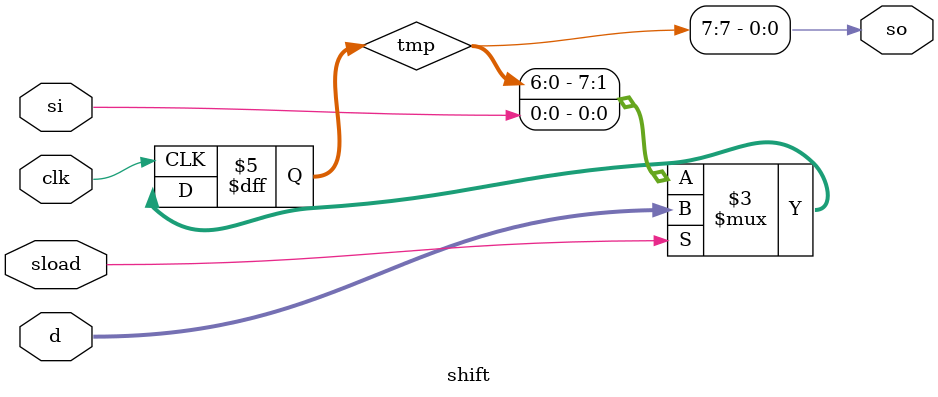
<source format=v>
module shift (clk, sload, si, d, so);
        input        clk, si, sload;
        input  [7:0] d;
        output       so;
        reg    [7:0] tmp;
        always @(posedge clk)
        begin
           if (sload)
              tmp <= d;
           else
              tmp <= {tmp[6:0], si};
        end
           assign so = tmp[7];
        endmodule

</source>
